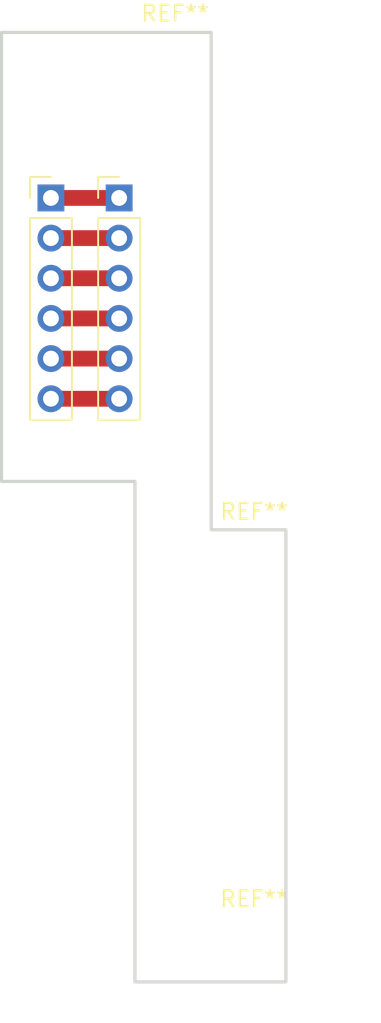
<source format=kicad_pcb>
(kicad_pcb (version 20171130) (host pcbnew 5.1.5-1.fc31)
  (layers (0 F.Cu signal) (31 B.Cu signal) (34 B.Paste user) (35 F.Paste user) (36 B.SilkS user) (37 F.SilkS user) (38 B.Mask user) (39 F.Mask user) (44 Edge.Cuts user))
  (net 0 "")
  (net 1 /RM1x)
  (net 2 /RM2x)
  (net 3 /R5V)
  (net 4 /RENCAx)
  (net 5 /RENCBx)
  (net 6 GND)
  (module MountingHole:MountingHole_2.5mm (layer F.Cu) (at 146.346694 149.1404)
    (fp_text reference REF** (at 0 -3.5) (layer F.SilkS))
    (fp_text value MountingHole_2.5mm)
    (pad 1 np_thru_hole circle (at 0 0) (size 2.5 2.5) (drill 2.5) (layers *.Cu *.Mask))
  )
  (module MountingHole:MountingHole_2.5mm (layer F.Cu) (at 146.346694 124.6404)
    (fp_text reference REF** (at 0 -3.5) (layer F.SilkS))
    (fp_text value MountingHole_2.5mm)
    (pad 1 np_thru_hole circle (at 0 0) (size 2.5 2.5) (drill 2.5) (layers *.Cu *.Mask))
  )
  (module MountingHole:MountingHole_2.5mm (layer F.Cu) (at 141.346694 93.1404)
    (fp_text reference REF** (at 0 -3.5) (layer F.SilkS))
    (fp_text value MountingHole_2.5mm)
    (pad 1 np_thru_hole circle (at 0 0) (size 2.5 2.5) (drill 2.5) (layers *.Cu *.Mask))
  )
  (module Connector_PinHeader_2.54mm:PinHeader_1x06_P2.54mm_Vertical (layer F.Cu) (at 137.796694 101.3104)
    (fp_text reference ENCODER_RIGHT1 hide)
    (fp_text value Conn_01x06 hide)
    (fp_line (start -1.33 14.03) (end 1.33 14.03) (layer F.SilkS) (width 0.12))
    (fp_line (start -1.33 1.27) (end -1.33 14.03) (layer F.SilkS) (width 0.12))
    (fp_line (start 1.33 1.27) (end 1.33 14.03) (layer F.SilkS) (width 0.12))
    (fp_line (start -1.33 1.27) (end 1.33 1.27) (layer F.SilkS) (width 0.12))
    (fp_line (start -1.33 0) (end -1.33 -1.33) (layer F.SilkS) (width 0.12))
    (fp_line (start -1.33 -1.33) (end 0 -1.33) (layer F.SilkS) (width 0.12))
    (pad 1 thru_hole rect (at 0 0) (size 1.7 1.7) (drill 1) (layers *.Cu *.Mask) (net 1 /RM1x))
    (pad 2 thru_hole oval (at 0 2.54) (size 1.7 1.7) (drill 1) (layers *.Cu *.Mask) (net 2 /RM2x))
    (pad 3 thru_hole oval (at 0 5.08) (size 1.7 1.7) (drill 1) (layers *.Cu *.Mask) (net 3 /R5V))
    (pad 4 thru_hole oval (at 0 7.62) (size 1.7 1.7) (drill 1) (layers *.Cu *.Mask) (net 4 /RENCAx))
    (pad 5 thru_hole oval (at 0 10.16) (size 1.7 1.7) (drill 1) (layers *.Cu *.Mask) (net 5 /RENCBx))
    (pad 6 thru_hole oval (at 0 12.7) (size 1.7 1.7) (drill 1) (layers *.Cu *.Mask) (net 6 GND))
  )
  (module Connector_PinHeader_2.54mm:PinHeader_1x06_P2.54mm_Vertical (layer F.Cu) (at 133.476694 101.3104)
    (fp_text reference C_RIGHTx1 hide)
    (fp_text value Conn_01x07 hide)
    (fp_line (start -1.33 14.03) (end 1.33 14.03) (layer F.SilkS) (width 0.12))
    (fp_line (start -1.33 1.27) (end -1.33 14.03) (layer F.SilkS) (width 0.12))
    (fp_line (start 1.33 1.27) (end 1.33 14.03) (layer F.SilkS) (width 0.12))
    (fp_line (start -1.33 1.27) (end 1.33 1.27) (layer F.SilkS) (width 0.12))
    (fp_line (start -1.33 0) (end -1.33 -1.33) (layer F.SilkS) (width 0.12))
    (fp_line (start -1.33 -1.33) (end 0 -1.33) (layer F.SilkS) (width 0.12))
    (pad 1 thru_hole rect (at 0 0) (size 1.7 1.7) (drill 1) (layers *.Cu *.Mask) (net 1 /RM1x))
    (pad 2 thru_hole oval (at 0 2.54) (size 1.7 1.7) (drill 1) (layers *.Cu *.Mask) (net 2 /RM2x))
    (pad 3 thru_hole oval (at 0 5.08) (size 1.7 1.7) (drill 1) (layers *.Cu *.Mask) (net 3 /R5V))
    (pad 4 thru_hole oval (at 0 7.62) (size 1.7 1.7) (drill 1) (layers *.Cu *.Mask) (net 4 /RENCAx))
    (pad 5 thru_hole oval (at 0 10.16) (size 1.7 1.7) (drill 1) (layers *.Cu *.Mask) (net 5 /RENCBx))
    (pad 6 thru_hole oval (at 0 12.7) (size 1.7 1.7) (drill 1) (layers *.Cu *.Mask) (net 6 GND))
  )
  (gr_line (start 143.625048 122.299966) (end 143.625048 90.840207) (layer Edge.Cuts) (width 0.2))
  (gr_line (start 148.359088 122.299966) (end 143.625048 122.299966) (layer Edge.Cuts) (width 0.2))
  (gr_line (start 148.359088 150.889854) (end 148.359088 122.299966) (layer Edge.Cuts) (width 0.2))
  (gr_line (start 138.798184 150.889854) (end 148.359088 150.889854) (layer Edge.Cuts) (width 0.2))
  (gr_line (start 138.798184 119.236763) (end 138.798184 150.889854) (layer Edge.Cuts) (width 0.2))
  (gr_line (start 130.351171 119.236763) (end 138.798184 119.236763) (layer Edge.Cuts) (width 0.2))
  (gr_line (start 130.351171 90.840207) (end 130.351171 119.236763) (layer Edge.Cuts) (width 0.2))
  (gr_line (start 143.625048 90.840207) (end 130.351171 90.840207) (layer Edge.Cuts) (width 0.2))
  (segment (start 133.476694 101.3104) (end 137.796694 101.3104) (width 1) (layer F.Cu) (net 1))
  (segment (start 134.678775 103.8504) (end 137.796694 103.8504) (width 1) (layer F.Cu) (net 2))
  (segment (start 133.476694 103.8504) (end 134.678775 103.8504) (width 1) (layer F.Cu) (net 2))
  (segment (start 133.476694 106.3904) (end 137.796694 106.3904) (width 1) (layer F.Cu) (net 3))
  (segment (start 137.796694 108.9304) (end 133.476694 108.9304) (width 1) (layer F.Cu) (net 4))
  (segment (start 133.476694 111.4704) (end 137.796694 111.4704) (width 1) (layer F.Cu) (net 5))
  (segment (start 134.678775 114.0104) (end 137.796694 114.0104) (width 1) (layer F.Cu) (net 6))
  (segment (start 133.476694 114.0104) (end 134.678775 114.0104) (width 1) (layer F.Cu) (net 6))
)
</source>
